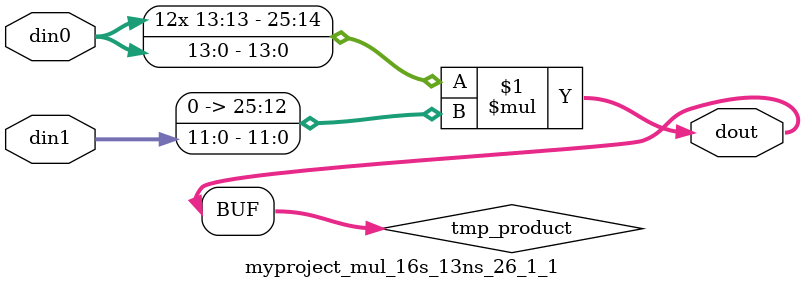
<source format=v>

`timescale 1 ns / 1 ps

  module myproject_mul_16s_13ns_26_1_1(din0, din1, dout);
parameter ID = 1;
parameter NUM_STAGE = 0;
parameter din0_WIDTH = 14;
parameter din1_WIDTH = 12;
parameter dout_WIDTH = 26;

input [din0_WIDTH - 1 : 0] din0; 
input [din1_WIDTH - 1 : 0] din1; 
output [dout_WIDTH - 1 : 0] dout;

wire signed [dout_WIDTH - 1 : 0] tmp_product;












assign tmp_product = $signed(din0) * $signed({1'b0, din1});









assign dout = tmp_product;







endmodule

</source>
